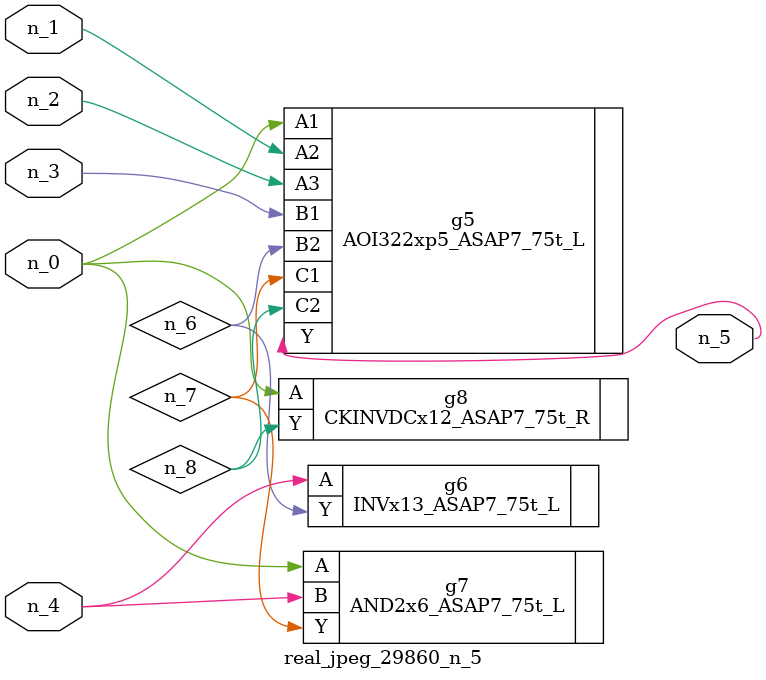
<source format=v>
module real_jpeg_29860_n_5 (n_4, n_0, n_1, n_2, n_3, n_5);

input n_4;
input n_0;
input n_1;
input n_2;
input n_3;

output n_5;

wire n_8;
wire n_6;
wire n_7;

AOI322xp5_ASAP7_75t_L g5 ( 
.A1(n_0),
.A2(n_1),
.A3(n_2),
.B1(n_3),
.B2(n_6),
.C1(n_7),
.C2(n_8),
.Y(n_5)
);

AND2x6_ASAP7_75t_L g7 ( 
.A(n_0),
.B(n_4),
.Y(n_7)
);

CKINVDCx12_ASAP7_75t_R g8 ( 
.A(n_0),
.Y(n_8)
);

INVx13_ASAP7_75t_L g6 ( 
.A(n_4),
.Y(n_6)
);


endmodule
</source>
